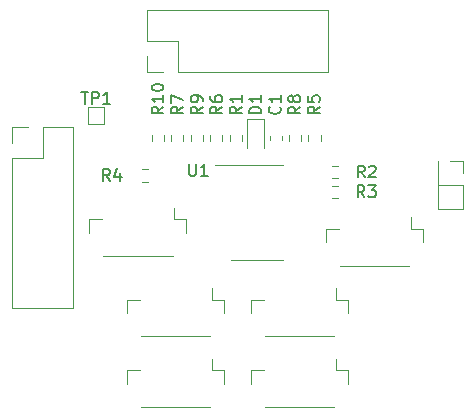
<source format=gbr>
%TF.GenerationSoftware,KiCad,Pcbnew,(6.0.4)*%
%TF.CreationDate,2023-05-25T13:52:57-04:00*%
%TF.ProjectId,CONN,434f4e4e-2e6b-4696-9361-645f70636258,rev?*%
%TF.SameCoordinates,Original*%
%TF.FileFunction,Legend,Top*%
%TF.FilePolarity,Positive*%
%FSLAX46Y46*%
G04 Gerber Fmt 4.6, Leading zero omitted, Abs format (unit mm)*
G04 Created by KiCad (PCBNEW (6.0.4)) date 2023-05-25 13:52:57*
%MOMM*%
%LPD*%
G01*
G04 APERTURE LIST*
%ADD10C,0.150000*%
%ADD11C,0.120000*%
G04 APERTURE END LIST*
D10*
%TO.C,R7*%
X148871130Y-44235357D02*
X148394940Y-44568691D01*
X148871130Y-44806786D02*
X147871130Y-44806786D01*
X147871130Y-44425833D01*
X147918750Y-44330595D01*
X147966369Y-44282976D01*
X148061607Y-44235357D01*
X148204464Y-44235357D01*
X148299702Y-44282976D01*
X148347321Y-44330595D01*
X148394940Y-44425833D01*
X148394940Y-44806786D01*
X147871130Y-43902024D02*
X147871130Y-43235357D01*
X148871130Y-43663929D01*
%TO.C,R4*%
X142673333Y-50510402D02*
X142340000Y-50034212D01*
X142101904Y-50510402D02*
X142101904Y-49510402D01*
X142482857Y-49510402D01*
X142578095Y-49558022D01*
X142625714Y-49605641D01*
X142673333Y-49700879D01*
X142673333Y-49843736D01*
X142625714Y-49938974D01*
X142578095Y-49986593D01*
X142482857Y-50034212D01*
X142101904Y-50034212D01*
X143530476Y-49843736D02*
X143530476Y-50510402D01*
X143292380Y-49462783D02*
X143054285Y-50177069D01*
X143673333Y-50177069D01*
%TO.C,R9*%
X150524880Y-44235357D02*
X150048690Y-44568691D01*
X150524880Y-44806786D02*
X149524880Y-44806786D01*
X149524880Y-44425833D01*
X149572500Y-44330595D01*
X149620119Y-44282976D01*
X149715357Y-44235357D01*
X149858214Y-44235357D01*
X149953452Y-44282976D01*
X150001071Y-44330595D01*
X150048690Y-44425833D01*
X150048690Y-44806786D01*
X150524880Y-43759167D02*
X150524880Y-43568691D01*
X150477261Y-43473452D01*
X150429642Y-43425833D01*
X150286785Y-43330595D01*
X150096309Y-43282976D01*
X149715357Y-43282976D01*
X149620119Y-43330595D01*
X149572500Y-43378214D01*
X149524880Y-43473452D01*
X149524880Y-43663929D01*
X149572500Y-43759167D01*
X149620119Y-43806786D01*
X149715357Y-43854405D01*
X149953452Y-43854405D01*
X150048690Y-43806786D01*
X150096309Y-43759167D01*
X150143928Y-43663929D01*
X150143928Y-43473452D01*
X150096309Y-43378214D01*
X150048690Y-43330595D01*
X149953452Y-43282976D01*
%TO.C,D1*%
X155486130Y-44806786D02*
X154486130Y-44806786D01*
X154486130Y-44568691D01*
X154533750Y-44425833D01*
X154628988Y-44330595D01*
X154724226Y-44282976D01*
X154914702Y-44235357D01*
X155057559Y-44235357D01*
X155248035Y-44282976D01*
X155343273Y-44330595D01*
X155438511Y-44425833D01*
X155486130Y-44568691D01*
X155486130Y-44806786D01*
X155486130Y-43282976D02*
X155486130Y-43854405D01*
X155486130Y-43568691D02*
X154486130Y-43568691D01*
X154628988Y-43663929D01*
X154724226Y-43759167D01*
X154771845Y-43854405D01*
%TO.C,R3*%
X164233333Y-51902380D02*
X163900000Y-51426190D01*
X163661904Y-51902380D02*
X163661904Y-50902380D01*
X164042857Y-50902380D01*
X164138095Y-50950000D01*
X164185714Y-50997619D01*
X164233333Y-51092857D01*
X164233333Y-51235714D01*
X164185714Y-51330952D01*
X164138095Y-51378571D01*
X164042857Y-51426190D01*
X163661904Y-51426190D01*
X164566666Y-50902380D02*
X165185714Y-50902380D01*
X164852380Y-51283333D01*
X164995238Y-51283333D01*
X165090476Y-51330952D01*
X165138095Y-51378571D01*
X165185714Y-51473809D01*
X165185714Y-51711904D01*
X165138095Y-51807142D01*
X165090476Y-51854761D01*
X164995238Y-51902380D01*
X164709523Y-51902380D01*
X164614285Y-51854761D01*
X164566666Y-51807142D01*
%TO.C,TP1*%
X140258095Y-42992402D02*
X140829523Y-42992402D01*
X140543809Y-43992402D02*
X140543809Y-42992402D01*
X141162857Y-43992402D02*
X141162857Y-42992402D01*
X141543809Y-42992402D01*
X141639047Y-43040022D01*
X141686666Y-43087641D01*
X141734285Y-43182879D01*
X141734285Y-43325736D01*
X141686666Y-43420974D01*
X141639047Y-43468593D01*
X141543809Y-43516212D01*
X141162857Y-43516212D01*
X142686666Y-43992402D02*
X142115238Y-43992402D01*
X142400952Y-43992402D02*
X142400952Y-42992402D01*
X142305714Y-43135260D01*
X142210476Y-43230498D01*
X142115238Y-43278117D01*
%TO.C,R1*%
X153832380Y-44235357D02*
X153356190Y-44568691D01*
X153832380Y-44806786D02*
X152832380Y-44806786D01*
X152832380Y-44425833D01*
X152880000Y-44330595D01*
X152927619Y-44282976D01*
X153022857Y-44235357D01*
X153165714Y-44235357D01*
X153260952Y-44282976D01*
X153308571Y-44330595D01*
X153356190Y-44425833D01*
X153356190Y-44806786D01*
X153832380Y-43282976D02*
X153832380Y-43854405D01*
X153832380Y-43568691D02*
X152832380Y-43568691D01*
X152975238Y-43663929D01*
X153070476Y-43759167D01*
X153118095Y-43854405D01*
%TO.C,R10*%
X147217380Y-44235357D02*
X146741190Y-44568690D01*
X147217380Y-44806785D02*
X146217380Y-44806785D01*
X146217380Y-44425833D01*
X146265000Y-44330595D01*
X146312619Y-44282976D01*
X146407857Y-44235357D01*
X146550714Y-44235357D01*
X146645952Y-44282976D01*
X146693571Y-44330595D01*
X146741190Y-44425833D01*
X146741190Y-44806785D01*
X147217380Y-43282976D02*
X147217380Y-43854404D01*
X147217380Y-43568690D02*
X146217380Y-43568690D01*
X146360238Y-43663928D01*
X146455476Y-43759166D01*
X146503095Y-43854404D01*
X146217380Y-42663928D02*
X146217380Y-42568690D01*
X146265000Y-42473452D01*
X146312619Y-42425833D01*
X146407857Y-42378214D01*
X146598333Y-42330595D01*
X146836428Y-42330595D01*
X147026904Y-42378214D01*
X147122142Y-42425833D01*
X147169761Y-42473452D01*
X147217380Y-42568690D01*
X147217380Y-42663928D01*
X147169761Y-42759166D01*
X147122142Y-42806785D01*
X147026904Y-42854404D01*
X146836428Y-42902023D01*
X146598333Y-42902023D01*
X146407857Y-42854404D01*
X146312619Y-42806785D01*
X146265000Y-42759166D01*
X146217380Y-42663928D01*
%TO.C,R8*%
X158793630Y-44235357D02*
X158317440Y-44568691D01*
X158793630Y-44806786D02*
X157793630Y-44806786D01*
X157793630Y-44425833D01*
X157841250Y-44330595D01*
X157888869Y-44282976D01*
X157984107Y-44235357D01*
X158126964Y-44235357D01*
X158222202Y-44282976D01*
X158269821Y-44330595D01*
X158317440Y-44425833D01*
X158317440Y-44806786D01*
X158222202Y-43663929D02*
X158174583Y-43759167D01*
X158126964Y-43806786D01*
X158031726Y-43854405D01*
X157984107Y-43854405D01*
X157888869Y-43806786D01*
X157841250Y-43759167D01*
X157793630Y-43663929D01*
X157793630Y-43473452D01*
X157841250Y-43378214D01*
X157888869Y-43330595D01*
X157984107Y-43282976D01*
X158031726Y-43282976D01*
X158126964Y-43330595D01*
X158174583Y-43378214D01*
X158222202Y-43473452D01*
X158222202Y-43663929D01*
X158269821Y-43759167D01*
X158317440Y-43806786D01*
X158412678Y-43854405D01*
X158603154Y-43854405D01*
X158698392Y-43806786D01*
X158746011Y-43759167D01*
X158793630Y-43663929D01*
X158793630Y-43473452D01*
X158746011Y-43378214D01*
X158698392Y-43330595D01*
X158603154Y-43282976D01*
X158412678Y-43282976D01*
X158317440Y-43330595D01*
X158269821Y-43378214D01*
X158222202Y-43473452D01*
%TO.C,C1*%
X157044642Y-44235357D02*
X157092261Y-44282976D01*
X157139880Y-44425833D01*
X157139880Y-44521071D01*
X157092261Y-44663929D01*
X156997023Y-44759167D01*
X156901785Y-44806786D01*
X156711309Y-44854405D01*
X156568452Y-44854405D01*
X156377976Y-44806786D01*
X156282738Y-44759167D01*
X156187500Y-44663929D01*
X156139880Y-44521071D01*
X156139880Y-44425833D01*
X156187500Y-44282976D01*
X156235119Y-44235357D01*
X157139880Y-43282976D02*
X157139880Y-43854405D01*
X157139880Y-43568691D02*
X156139880Y-43568691D01*
X156282738Y-43663929D01*
X156377976Y-43759167D01*
X156425595Y-43854405D01*
%TO.C,R2*%
X164243333Y-50232380D02*
X163910000Y-49756190D01*
X163671904Y-50232380D02*
X163671904Y-49232380D01*
X164052857Y-49232380D01*
X164148095Y-49280000D01*
X164195714Y-49327619D01*
X164243333Y-49422857D01*
X164243333Y-49565714D01*
X164195714Y-49660952D01*
X164148095Y-49708571D01*
X164052857Y-49756190D01*
X163671904Y-49756190D01*
X164624285Y-49327619D02*
X164671904Y-49280000D01*
X164767142Y-49232380D01*
X165005238Y-49232380D01*
X165100476Y-49280000D01*
X165148095Y-49327619D01*
X165195714Y-49422857D01*
X165195714Y-49518095D01*
X165148095Y-49660952D01*
X164576666Y-50232380D01*
X165195714Y-50232380D01*
%TO.C,R5*%
X160447380Y-44235357D02*
X159971190Y-44568691D01*
X160447380Y-44806786D02*
X159447380Y-44806786D01*
X159447380Y-44425833D01*
X159495000Y-44330595D01*
X159542619Y-44282976D01*
X159637857Y-44235357D01*
X159780714Y-44235357D01*
X159875952Y-44282976D01*
X159923571Y-44330595D01*
X159971190Y-44425833D01*
X159971190Y-44806786D01*
X159447380Y-43330595D02*
X159447380Y-43806786D01*
X159923571Y-43854405D01*
X159875952Y-43806786D01*
X159828333Y-43711548D01*
X159828333Y-43473452D01*
X159875952Y-43378214D01*
X159923571Y-43330595D01*
X160018809Y-43282976D01*
X160256904Y-43282976D01*
X160352142Y-43330595D01*
X160399761Y-43378214D01*
X160447380Y-43473452D01*
X160447380Y-43711548D01*
X160399761Y-43806786D01*
X160352142Y-43854405D01*
%TO.C,U1*%
X149398095Y-49100402D02*
X149398095Y-49909926D01*
X149445714Y-50005164D01*
X149493333Y-50052783D01*
X149588571Y-50100402D01*
X149779047Y-50100402D01*
X149874285Y-50052783D01*
X149921904Y-50005164D01*
X149969523Y-49909926D01*
X149969523Y-49100402D01*
X150969523Y-50100402D02*
X150398095Y-50100402D01*
X150683809Y-50100402D02*
X150683809Y-49100402D01*
X150588571Y-49243260D01*
X150493333Y-49338498D01*
X150398095Y-49386117D01*
%TO.C,R6*%
X152178630Y-44235357D02*
X151702440Y-44568691D01*
X152178630Y-44806786D02*
X151178630Y-44806786D01*
X151178630Y-44425833D01*
X151226250Y-44330595D01*
X151273869Y-44282976D01*
X151369107Y-44235357D01*
X151511964Y-44235357D01*
X151607202Y-44282976D01*
X151654821Y-44330595D01*
X151702440Y-44425833D01*
X151702440Y-44806786D01*
X151178630Y-43378214D02*
X151178630Y-43568691D01*
X151226250Y-43663929D01*
X151273869Y-43711548D01*
X151416726Y-43806786D01*
X151607202Y-43854405D01*
X151988154Y-43854405D01*
X152083392Y-43806786D01*
X152131011Y-43759167D01*
X152178630Y-43663929D01*
X152178630Y-43473452D01*
X152131011Y-43378214D01*
X152083392Y-43330595D01*
X151988154Y-43282976D01*
X151750059Y-43282976D01*
X151654821Y-43330595D01*
X151607202Y-43378214D01*
X151559583Y-43473452D01*
X151559583Y-43663929D01*
X151607202Y-43759167D01*
X151654821Y-43806786D01*
X151750059Y-43854405D01*
D11*
%TO.C,J3*%
X148420000Y-41293022D02*
X148420000Y-38693022D01*
X161180000Y-41293022D02*
X161180000Y-36093022D01*
X145820000Y-41293022D02*
X145820000Y-39963022D01*
X148420000Y-41293022D02*
X161180000Y-41293022D01*
X145820000Y-36093022D02*
X161180000Y-36093022D01*
X145820000Y-38693022D02*
X145820000Y-36093022D01*
X148420000Y-38693022D02*
X145820000Y-38693022D01*
X147150000Y-41293022D02*
X145820000Y-41293022D01*
%TO.C,J2*%
X170500000Y-48828022D02*
X170500000Y-50888022D01*
X170440000Y-48828022D02*
X170440000Y-52948022D01*
X170500000Y-50888022D02*
X172560000Y-50888022D01*
X172560000Y-52948022D02*
X170440000Y-52948022D01*
X172560000Y-48828022D02*
X172560000Y-49888022D01*
X170500000Y-48828022D02*
X170440000Y-48828022D01*
X172560000Y-50888022D02*
X172560000Y-52948022D01*
X171500000Y-48828022D02*
X172560000Y-48828022D01*
%TO.C,R7*%
X147862500Y-47167224D02*
X147862500Y-46657776D01*
X148907500Y-47167224D02*
X148907500Y-46657776D01*
%TO.C,J9*%
X154640000Y-67728022D02*
X154640000Y-66578022D01*
X162860000Y-66578022D02*
X161810000Y-66578022D01*
X162860000Y-67728022D02*
X162860000Y-66578022D01*
X154640000Y-66578022D02*
X155690000Y-66578022D01*
X161690000Y-69698022D02*
X155810000Y-69698022D01*
X161810000Y-66578022D02*
X161810000Y-65588022D01*
%TO.C,R4*%
X145894724Y-50580522D02*
X145385276Y-50580522D01*
X145894724Y-49535522D02*
X145385276Y-49535522D01*
%TO.C,R9*%
X150557500Y-46657776D02*
X150557500Y-47167224D01*
X149512500Y-46657776D02*
X149512500Y-47167224D01*
%TO.C,D1*%
X155760000Y-47735000D02*
X155760000Y-45275000D01*
X154290000Y-45275000D02*
X154290000Y-47735000D01*
X155760000Y-45275000D02*
X154290000Y-45275000D01*
%TO.C,R3*%
X161495276Y-50927500D02*
X162004724Y-50927500D01*
X161495276Y-51972500D02*
X162004724Y-51972500D01*
%TO.C,J7*%
X151310000Y-60578022D02*
X151310000Y-59588022D01*
X152360000Y-60578022D02*
X151310000Y-60578022D01*
X152360000Y-61728022D02*
X152360000Y-60578022D01*
X144140000Y-60578022D02*
X145190000Y-60578022D01*
X151190000Y-63698022D02*
X145310000Y-63698022D01*
X144140000Y-61728022D02*
X144140000Y-60578022D01*
%TO.C,J6*%
X140940000Y-53778022D02*
X141990000Y-53778022D01*
X147990000Y-56898022D02*
X142110000Y-56898022D01*
X140940000Y-54928022D02*
X140940000Y-53778022D01*
X149160000Y-53778022D02*
X148110000Y-53778022D01*
X149160000Y-54928022D02*
X149160000Y-53778022D01*
X148110000Y-53778022D02*
X148110000Y-52788022D01*
%TO.C,TP1*%
X142220000Y-45688022D02*
X140820000Y-45688022D01*
X140820000Y-44288022D02*
X142220000Y-44288022D01*
X140820000Y-45688022D02*
X140820000Y-44288022D01*
X142220000Y-44288022D02*
X142220000Y-45688022D01*
%TO.C,R1*%
X152812500Y-47167224D02*
X152812500Y-46657776D01*
X153857500Y-47167224D02*
X153857500Y-46657776D01*
%TO.C,J1*%
X134395000Y-48558022D02*
X136995000Y-48558022D01*
X136995000Y-48558022D02*
X136995000Y-45958022D01*
X134395000Y-48558022D02*
X134395000Y-61318022D01*
X136995000Y-45958022D02*
X139595000Y-45958022D01*
X139595000Y-45958022D02*
X139595000Y-61318022D01*
X134395000Y-61318022D02*
X139595000Y-61318022D01*
X134395000Y-45958022D02*
X135725000Y-45958022D01*
X134395000Y-47288022D02*
X134395000Y-45958022D01*
%TO.C,J8*%
X168040000Y-57698022D02*
X162160000Y-57698022D01*
X169210000Y-54578022D02*
X168160000Y-54578022D01*
X160990000Y-55728022D02*
X160990000Y-54578022D01*
X169210000Y-55728022D02*
X169210000Y-54578022D01*
X160990000Y-54578022D02*
X162040000Y-54578022D01*
X168160000Y-54578022D02*
X168160000Y-53588022D01*
%TO.C,J4*%
X151310000Y-66578022D02*
X151310000Y-65588022D01*
X151190000Y-69698022D02*
X145310000Y-69698022D01*
X152360000Y-66578022D02*
X151310000Y-66578022D01*
X144140000Y-67728022D02*
X144140000Y-66578022D01*
X144140000Y-66578022D02*
X145190000Y-66578022D01*
X152360000Y-67728022D02*
X152360000Y-66578022D01*
%TO.C,R10*%
X147257500Y-46657776D02*
X147257500Y-47167224D01*
X146212500Y-46657776D02*
X146212500Y-47167224D01*
%TO.C,R8*%
X157842500Y-46647776D02*
X157842500Y-47157224D01*
X158887500Y-46647776D02*
X158887500Y-47157224D01*
%TO.C,C1*%
X157225000Y-47048767D02*
X157225000Y-46756233D01*
X156205000Y-47048767D02*
X156205000Y-46756233D01*
%TO.C,R2*%
X161495276Y-50302500D02*
X162004724Y-50302500D01*
X161495276Y-49257500D02*
X162004724Y-49257500D01*
%TO.C,R5*%
X159492500Y-47157224D02*
X159492500Y-46647776D01*
X160537500Y-47157224D02*
X160537500Y-46647776D01*
%TO.C,U1*%
X155150000Y-49153022D02*
X157350000Y-49153022D01*
X155150000Y-57223022D02*
X157350000Y-57223022D01*
X155150000Y-57223022D02*
X152950000Y-57223022D01*
X155150000Y-49153022D02*
X151550000Y-49153022D01*
%TO.C,R6*%
X152207500Y-47167224D02*
X152207500Y-46657776D01*
X151162500Y-47167224D02*
X151162500Y-46657776D01*
%TO.C,J5*%
X161690000Y-63698022D02*
X155810000Y-63698022D01*
X162860000Y-60578022D02*
X161810000Y-60578022D01*
X154640000Y-60578022D02*
X155690000Y-60578022D01*
X161810000Y-60578022D02*
X161810000Y-59588022D01*
X162860000Y-61728022D02*
X162860000Y-60578022D01*
X154640000Y-61728022D02*
X154640000Y-60578022D01*
%TD*%
M02*

</source>
